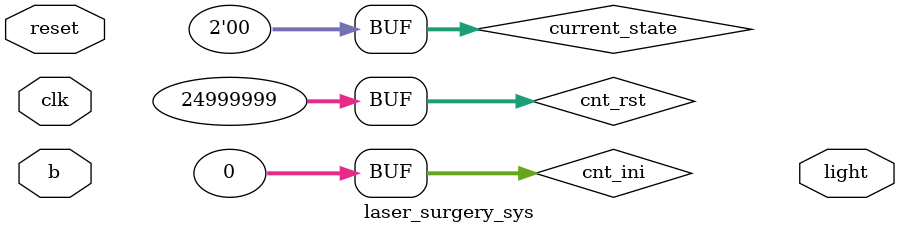
<source format=v>
`timescale 1ns / 1ps

module laser_surgery_sys #(parameter NBITS = 32)(
	input b ,
	input clk,
	input reset,
	output reg light);

wire timer;
reg rest_count;
	
reg [1:0] current_state ; 
reg [1:0] next_state ; 

localparam OFF   = 2'b00 ; 
localparam START = 2'b01 ; 
localparam ON    = 2'b10 ; 

wire [NBITS-1:0] cnt_ini ;  
wire [NBITS-1:0] cnt_rst ; 

// --------------------------------------
// Sequential logic 
// --------------------------------------

always @(posedge clk) begin
	if (reset)
		current_state <= OFF;
	else
		current_state <= next_state; 
end 

// --------------------------------------
// Comb. Logic 
// --------------------------------------

assign cnt_ini = 32'b0; // Some value
assign cnt_rst = 32'b00000001011111010111100000111111; // Some value, used for 10 secs ( 25 MHZ internal clock )

// --------------------------------------
// Comb. Logic - FSM  
// --------------------------------------
always @( current_state or b) begin
	case (current_state) 
		OFF : begin  
			// go from OFF to START
			current_state = START;
		end
		  
		START : begin 
			// go from START to ON
			current_state = ON;
		end 
			
		ON:  begin 
			// depends on timer
			if (timer)
				current_state = OFF;
		end 
			
		default:  begin 
 			// go to OFF
			current_state = OFF;
		end 
	endcase
end 

// --------------------------------------
// Timer instantiation 
// --------------------------------------

timer_st #( .NBITS(NBITS) ) timerst (
		.timer(timer), 
		.clk(clk), 
		.reset(rest_count) , 
		.cnt_ini(cnt_ini) , 
		.cnt_rst(cnt_rst)
	);
	
endmodule

</source>
